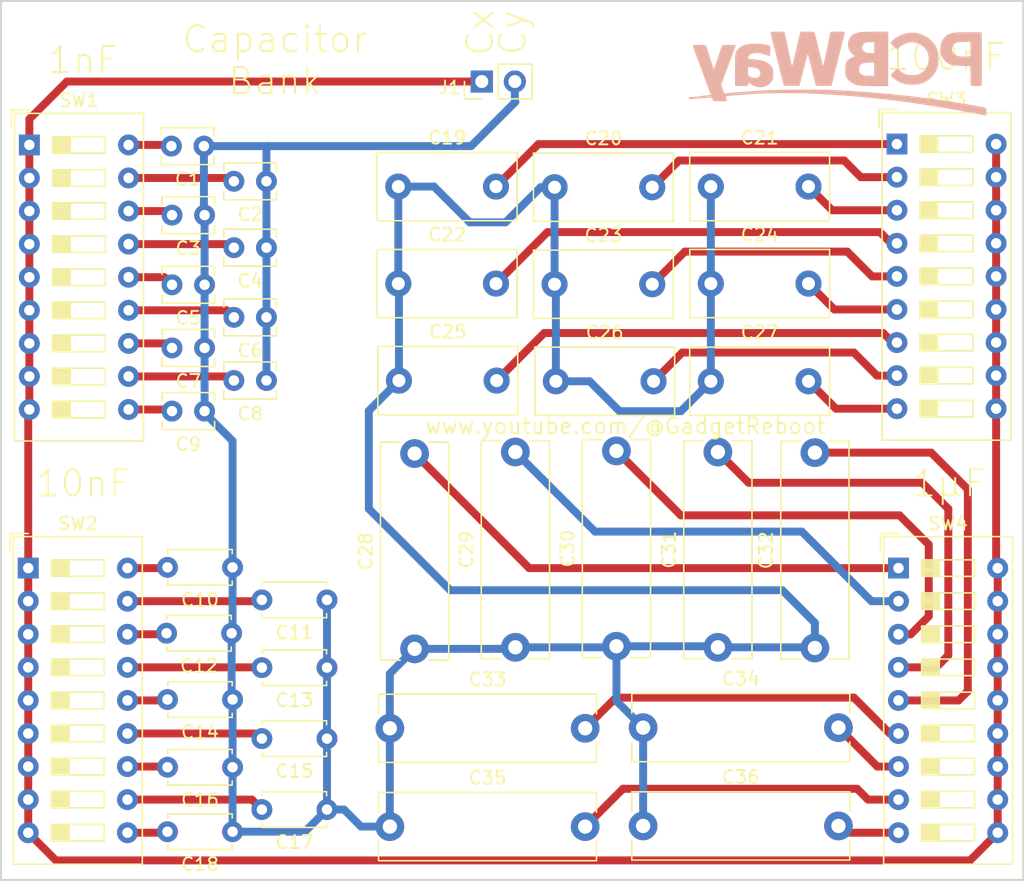
<source format=kicad_pcb>
(kicad_pcb (version 20240108) (generator "pcbnew") (generator_version "8.0")
  (layers (0 "F.Cu" signal) (31 "B.Cu" signal) (34 "B.Paste" user) (35 "F.Paste" user) (36 "B.SilkS" user "B.Silkscreen") (37 "F.SilkS" user "F.Silkscreen") (38 "B.Mask" user) (39 "F.Mask" user) (44 "Edge.Cuts" user))
  (net 0 "")
  (net 1 "Net-(J1-Pin_2)")
  (net 2 "Net-(C1-Pad2)")
  (net 3 "Net-(C2-Pad2)")
  (net 4 "Net-(C3-Pad2)")
  (net 5 "Net-(C4-Pad2)")
  (net 6 "Net-(C5-Pad2)")
  (net 7 "Net-(C6-Pad2)")
  (net 8 "Net-(C8-Pad2)")
  (net 9 "Net-(C10-Pad2)")
  (net 10 "Net-(C7-Pad2)")
  (net 11 "Net-(C9-Pad2)")
  (net 12 "Net-(C11-Pad2)")
  (net 13 "Net-(C12-Pad2)")
  (net 14 "Net-(C13-Pad2)")
  (net 15 "Net-(C14-Pad2)")
  (net 16 "Net-(C15-Pad2)")
  (net 17 "Net-(C16-Pad2)")
  (net 18 "Net-(C17-Pad2)")
  (net 19 "Net-(C18-Pad2)")
  (net 20 "Net-(C19-Pad2)")
  (net 21 "Net-(C20-Pad2)")
  (net 22 "Net-(C21-Pad2)")
  (net 23 "Net-(C22-Pad2)")
  (net 24 "Net-(C23-Pad2)")
  (net 25 "Net-(C24-Pad2)")
  (net 26 "Net-(C25-Pad2)")
  (net 27 "Net-(C26-Pad2)")
  (net 28 "Net-(C27-Pad2)")
  (net 29 "Net-(C28-Pad2)")
  (net 30 "Net-(C29-Pad2)")
  (net 31 "Net-(C30-Pad2)")
  (net 32 "Net-(C31-Pad2)")
  (net 33 "Net-(C32-Pad2)")
  (net 34 "Net-(C33-Pad2)")
  (net 35 "Net-(C34-Pad2)")
  (net 36 "Net-(C35-Pad2)")
  (net 37 "Net-(C36-Pad2)")
  (net 38 "Net-(J1-Pin_1)")
  (footprint "Capacitor_THT:C_Disc_D10.5mm_W5.0mm_P7.50mm" (layer "F.Cu") (at 172.025 47.975)
    (property "Reference" "C22" (at 3.75 -3.75 0) (layer "F.SilkS"))
    (property "Value" "100nF")
    (pad "1" thru_hole circle (at 0 0) (size 2 2) (drill 1) (layers "*.Cu" "*.Mask") (net 1 "Net-(J1-Pin_2)"))
    (pad "2" thru_hole circle (at 7.5 0) (size 2 2) (drill 1) (layers "*.Cu" "*.Mask") (net 23 "Net-(C22-Pad2)"))
  )
  (footprint "Connector_PinHeader_2.54mm:PinHeader_1x02_P2.54mm_Vertical" (layer "F.Cu") (at 178.435 32.457 90)
    (property "Reference" "J1" (at -0.47 -2.488 180) (layer "F.SilkS"))
    (property "Value" "Conn_01x02")
    (pad "1" thru_hole rect (at 0 0 90) (size 1.7 1.7) (drill 1) (layers "*.Cu" "*.Mask") (net 38 "Net-(J1-Pin_1)"))
    (pad "2" thru_hole oval (at 0 2.54 90) (size 1.7 1.7) (drill 1) (layers "*.Cu" "*.Mask") (net 1 "Net-(J1-Pin_2)"))
  )
  (footprint "Button_Switch_THT:SW_DIP_SPSTx09_Slide_9.78x25.04mm_W7.62mm_P2.54mm" (layer "F.Cu") (at 210.435 69.825)
    (property "Reference" "SW4" (at 3.81 -3.42 0) (layer "F.SilkS"))
    (property "Value" "SW_DIP_x09")
    (pad "1" thru_hole rect (at 0 0) (size 1.6 1.6) (drill 0.8) (layers "*.Cu" "*.Mask") (net 29 "Net-(C28-Pad2)"))
    (pad "2" thru_hole oval (at 0 2.54) (size 1.6 1.6) (drill 0.8) (layers "*.Cu" "*.Mask") (net 30 "Net-(C29-Pad2)"))
    (pad "3" thru_hole oval (at 0 5.08) (size 1.6 1.6) (drill 0.8) (layers "*.Cu" "*.Mask") (net 31 "Net-(C30-Pad2)"))
    (pad "4" thru_hole oval (at 0 7.62) (size 1.6 1.6) (drill 0.8) (layers "*.Cu" "*.Mask") (net 32 "Net-(C31-Pad2)"))
    (pad "5" thru_hole oval (at 0 10.16) (size 1.6 1.6) (drill 0.8) (layers "*.Cu" "*.Mask") (net 33 "Net-(C32-Pad2)"))
    (pad "6" thru_hole oval (at 0 12.7) (size 1.6 1.6) (drill 0.8) (layers "*.Cu" "*.Mask") (net 34 "Net-(C33-Pad2)"))
    (pad "7" thru_hole oval (at 0 15.24) (size 1.6 1.6) (drill 0.8) (layers "*.Cu" "*.Mask") (net 35 "Net-(C34-Pad2)"))
    (pad "8" thru_hole oval (at 0 17.78) (size 1.6 1.6) (drill 0.8) (layers "*.Cu" "*.Mask") (net 36 "Net-(C35-Pad2)"))
    (pad "9" thru_hole oval (at 0 20.32) (size 1.6 1.6) (drill 0.8) (layers "*.Cu" "*.Mask") (net 37 "Net-(C36-Pad2)"))
    (pad "10" thru_hole oval (at 7.62 20.32) (size 1.6 1.6) (drill 0.8) (layers "*.Cu" "*.Mask") (net 38 "Net-(J1-Pin_1)"))
    (pad "11" thru_hole oval (at 7.62 17.78) (size 1.6 1.6) (drill 0.8) (layers "*.Cu" "*.Mask") (net 38 "Net-(J1-Pin_1)"))
    (pad "12" thru_hole oval (at 7.62 15.24) (size 1.6 1.6) (drill 0.8) (layers "*.Cu" "*.Mask") (net 38 "Net-(J1-Pin_1)"))
    (pad "13" thru_hole oval (at 7.62 12.7) (size 1.6 1.6) (drill 0.8) (layers "*.Cu" "*.Mask") (net 38 "Net-(J1-Pin_1)"))
    (pad "14" thru_hole oval (at 7.62 10.16) (size 1.6 1.6) (drill 0.8) (layers "*.Cu" "*.Mask") (net 38 "Net-(J1-Pin_1)"))
    (pad "15" thru_hole oval (at 7.62 7.62) (size 1.6 1.6) (drill 0.8) (layers "*.Cu" "*.Mask") (net 38 "Net-(J1-Pin_1)"))
    (pad "16" thru_hole oval (at 7.62 5.08) (size 1.6 1.6) (drill 0.8) (layers "*.Cu" "*.Mask") (net 38 "Net-(J1-Pin_1)"))
    (pad "17" thru_hole oval (at 7.62 2.54) (size 1.6 1.6) (drill 0.8) (layers "*.Cu" "*.Mask") (net 38 "Net-(J1-Pin_1)"))
    (pad "18" thru_hole oval (at 7.62 0) (size 1.6 1.6) (drill 0.8) (layers "*.Cu" "*.Mask") (net 38 "Net-(J1-Pin_1)"))
  )
  (footprint "Capacitor_THT:C_Disc_D4.7mm_W2.5mm_P5.00mm" (layer "F.Cu") (at 159.225 74.825 180)
    (property "Reference" "C12" (at 2.5 -2.5 0) (layer "F.SilkS"))
    (property "Value" "10nF")
    (pad "1" thru_hole circle (at 0 0 180) (size 1.6 1.6) (drill 0.8) (layers "*.Cu" "*.Mask") (net 1 "Net-(J1-Pin_2)"))
    (pad "2" thru_hole circle (at 5 0 180) (size 1.6 1.6) (drill 0.8) (layers "*.Cu" "*.Mask") (net 13 "Net-(C12-Pad2)"))
  )
  (footprint "Capacitor_THT:C_Disc_D3.8mm_W2.6mm_P2.50mm" (layer "F.Cu") (at 157.147 52.917 180)
    (property "Reference" "C7" (at 1.25 -2.55 0) (layer "F.SilkS"))
    (property "Value" "1nF")
    (pad "1" thru_hole circle (at 0 0 180) (size 1.6 1.6) (drill 0.8) (layers "*.Cu" "*.Mask") (net 1 "Net-(J1-Pin_2)"))
    (pad "2" thru_hole circle (at 2.5 0 180) (size 1.6 1.6) (drill 0.8) (layers "*.Cu" "*.Mask") (net 10 "Net-(C7-Pad2)"))
  )
  (footprint "Capacitor_THT:C_Rect_L16.5mm_W5.0mm_P15.00mm_MKT" (layer "F.Cu") (at 171.375 89.675)
    (property "Reference" "C35" (at 7.5 -3.75 0) (layer "F.SilkS"))
    (property "Value" "1uF")
    (pad "1" thru_hole circle (at 0 0) (size 2.2 2.2) (drill 1.1) (layers "*.Cu" "*.Mask") (net 1 "Net-(J1-Pin_2)"))
    (pad "2" thru_hole circle (at 15 0) (size 2.2 2.2) (drill 1.1) (layers "*.Cu" "*.Mask") (net 36 "Net-(C35-Pad2)"))
  )
  (footprint "Capacitor_THT:C_Disc_D10.5mm_W5.0mm_P7.50mm" (layer "F.Cu") (at 196.025 47.975)
    (property "Reference" "C24" (at 3.75 -3.75 0) (layer "F.SilkS"))
    (property "Value" "100nF")
    (pad "1" thru_hole circle (at 0 0) (size 2 2) (drill 1) (layers "*.Cu" "*.Mask") (net 1 "Net-(J1-Pin_2)"))
    (pad "2" thru_hole circle (at 7.5 0) (size 2 2) (drill 1) (layers "*.Cu" "*.Mask") (net 25 "Net-(C24-Pad2)"))
  )
  (footprint "Button_Switch_THT:SW_DIP_SPSTx09_Slide_9.78x25.04mm_W7.62mm_P2.54mm" (layer "F.Cu") (at 143.605 69.825)
    (property "Reference" "SW2" (at 3.81 -3.42 0) (layer "F.SilkS"))
    (property "Value" "SW_DIP_x09")
    (pad "1" thru_hole rect (at 0 0) (size 1.6 1.6) (drill 0.8) (layers "*.Cu" "*.Mask") (net 38 "Net-(J1-Pin_1)"))
    (pad "2" thru_hole oval (at 0 2.54) (size 1.6 1.6) (drill 0.8) (layers "*.Cu" "*.Mask") (net 38 "Net-(J1-Pin_1)"))
    (pad "3" thru_hole oval (at 0 5.08) (size 1.6 1.6) (drill 0.8) (layers "*.Cu" "*.Mask") (net 38 "Net-(J1-Pin_1)"))
    (pad "4" thru_hole oval (at 0 7.62) (size 1.6 1.6) (drill 0.8) (layers "*.Cu" "*.Mask") (net 38 "Net-(J1-Pin_1)"))
    (pad "5" thru_hole oval (at 0 10.16) (size 1.6 1.6) (drill 0.8) (layers "*.Cu" "*.Mask") (net 38 "Net-(J1-Pin_1)"))
    (pad "6" thru_hole oval (at 0 12.7) (size 1.6 1.6) (drill 0.8) (layers "*.Cu" "*.Mask") (net 38 "Net-(J1-Pin_1)"))
    (pad "7" thru_hole oval (at 0 15.24) (size 1.6 1.6) (drill 0.8) (layers "*.Cu" "*.Mask") (net 38 "Net-(J1-Pin_1)"))
    (pad "8" thru_hole oval (at 0 17.78) (size 1.6 1.6) (drill 0.8) (layers "*.Cu" "*.Mask") (net 38 "Net-(J1-Pin_1)"))
    (pad "9" thru_hole oval (at 0 20.32) (size 1.6 1.6) (drill 0.8) (layers "*.Cu" "*.Mask") (net 38 "Net-(J1-Pin_1)"))
    (pad "10" thru_hole oval (at 7.62 20.32) (size 1.6 1.6) (drill 0.8) (layers "*.Cu" "*.Mask") (net 19 "Net-(C18-Pad2)"))
    (pad "11" thru_hole oval (at 7.62 17.78) (size 1.6 1.6) (drill 0.8) (layers "*.Cu" "*.Mask") (net 18 "Net-(C17-Pad2)"))
    (pad "12" thru_hole oval (at 7.62 15.24) (size 1.6 1.6) (drill 0.8) (layers "*.Cu" "*.Mask") (net 17 "Net-(C16-Pad2)"))
    (pad "13" thru_hole oval (at 7.62 12.7) (size 1.6 1.6) (drill 0.8) (layers "*.Cu" "*.Mask") (net 16 "Net-(C15-Pad2)"))
    (pad "14" thru_hole oval (at 7.62 10.16) (size 1.6 1.6) (drill 0.8) (layers "*.Cu" "*.Mask") (net 15 "Net-(C14-Pad2)"))
    (pad "15" thru_hole oval (at 7.62 7.62) (size 1.6 1.6) (drill 0.8) (layers "*.Cu" "*.Mask") (net 14 "Net-(C13-Pad2)"))
    (pad "16" thru_hole oval (at 7.62 5.08) (size 1.6 1.6) (drill 0.8) (layers "*.Cu" "*.Mask") (net 13 "Net-(C12-Pad2)"))
    (pad "17" thru_hole oval (at 7.62 2.54) (size 1.6 1.6) (drill 0.8) (layers "*.Cu" "*.Mask") (net 12 "Net-(C11-Pad2)"))
    (pad "18" thru_hole oval (at 7.62 0) (size 1.6 1.6) (drill 0.8) (layers "*.Cu" "*.Mask") (net 9 "Net-(C10-Pad2)"))
  )
  (footprint "Capacitor_THT:C_Disc_D3.8mm_W2.6mm_P2.50mm" (layer "F.Cu") (at 157.147 48.067 180)
    (property "Reference" "C5" (at 1.25 -2.55 0) (layer "F.SilkS"))
    (property "Value" "1nF")
    (pad "1" thru_hole circle (at 0 0 180) (size 1.6 1.6) (drill 0.8) (layers "*.Cu" "*.Mask") (net 1 "Net-(J1-Pin_2)"))
    (pad "2" thru_hole circle (at 2.5 0 180) (size 1.6 1.6) (drill 0.8) (layers "*.Cu" "*.Mask") (net 6 "Net-(C5-Pad2)"))
  )
  (footprint "Capacitor_THT:C_Disc_D4.7mm_W2.5mm_P5.00mm" (layer "F.Cu") (at 159.297 90.067 180)
    (property "Reference" "C18" (at 2.5 -2.5 0) (layer "F.SilkS"))
    (property "Value" "10nF")
    (pad "1" thru_hole circle (at 0 0 180) (size 1.6 1.6) (drill 0.8) (layers "*.Cu" "*.Mask") (net 1 "Net-(J1-Pin_2)"))
    (pad "2" thru_hole circle (at 5 0 180) (size 1.6 1.6) (drill 0.8) (layers "*.Cu" "*.Mask") (net 19 "Net-(C18-Pad2)"))
  )
  (footprint "Capacitor_THT:C_Disc_D4.7mm_W2.5mm_P5.00mm" (layer "F.Cu") (at 159.297 85.117 180)
    (property "Reference" "C16" (at 2.5 -2.5 0) (layer "F.SilkS"))
    (property "Value" "10nF")
    (pad "1" thru_hole circle (at 0 0 180) (size 1.6 1.6) (drill 0.8) (layers "*.Cu" "*.Mask") (net 1 "Net-(J1-Pin_2)"))
    (pad "2" thru_hole circle (at 5 0 180) (size 1.6 1.6) (drill 0.8) (layers "*.Cu" "*.Mask") (net 17 "Net-(C16-Pad2)"))
  )
  (footprint "Capacitor_THT:C_Rect_L16.5mm_W5.0mm_P15.00mm_MKT" (layer "F.Cu") (at 196.565 75.907 90)
    (property "Reference" "C31" (at 7.5 -3.75 90) (layer "F.SilkS"))
    (property "Value" "1uF")
    (pad "1" thru_hole circle (at 0 0 90) (size 2.2 2.2) (drill 1.1) (layers "*.Cu" "*.Mask") (net 1 "Net-(J1-Pin_2)"))
    (pad "2" thru_hole circle (at 15 0 90) (size 2.2 2.2) (drill 1.1) (layers "*.Cu" "*.Mask") (net 32 "Net-(C31-Pad2)"))
  )
  (footprint "Capacitor_THT:C_Disc_D10.5mm_W5.0mm_P7.50mm" (layer "F.Cu") (at 172.075 55.425)
    (property "Reference" "C25" (at 3.75 -3.75 0) (layer "F.SilkS"))
    (property "Value" "100nF")
    (pad "1" thru_hole circle (at 0 0) (size 2 2) (drill 1) (layers "*.Cu" "*.Mask") (net 1 "Net-(J1-Pin_2)"))
    (pad "2" thru_hole circle (at 7.5 0) (size 2 2) (drill 1) (layers "*.Cu" "*.Mask") (net 26 "Net-(C25-Pad2)"))
  )
  (footprint "Capacitor_THT:C_Disc_D4.7mm_W2.5mm_P5.00mm" (layer "F.Cu") (at 166.547 88.367 180)
    (property "Reference" "C17" (at 2.5 -2.5 0) (layer "F.SilkS"))
    (property "Value" "10nF")
    (pad "1" thru_hole circle (at 0 0 180) (size 1.6 1.6) (drill 0.8) (layers "*.Cu" "*.Mask") (net 1 "Net-(J1-Pin_2)"))
    (pad "2" thru_hole circle (at 5 0 180) (size 1.6 1.6) (drill 0.8) (layers "*.Cu" "*.Mask") (net 18 "Net-(C17-Pad2)"))
  )
  (footprint "Capacitor_THT:C_Rect_L16.5mm_W5.0mm_P15.00mm_MKT" (layer "F.Cu") (at 204.015 75.957 90)
    (property "Reference" "C32" (at 7.5 -3.75 90) (layer "F.SilkS"))
    (property "Value" "1uF")
    (pad "1" thru_hole circle (at 0 0 90) (size 2.2 2.2) (drill 1.1) (layers "*.Cu" "*.Mask") (net 1 "Net-(J1-Pin_2)"))
    (pad "2" thru_hole circle (at 15 0 90) (size 2.2 2.2) (drill 1.1) (layers "*.Cu" "*.Mask") (net 33 "Net-(C32-Pad2)"))
  )
  (footprint "Capacitor_THT:C_Disc_D4.7mm_W2.5mm_P5.00mm" (layer "F.Cu") (at 159.297 79.917 180)
    (property "Reference" "C14" (at 2.5 -2.5 0) (layer "F.SilkS"))
    (property "Value" "10nF")
    (pad "1" thru_hole circle (at 0 0 180) (size 1.6 1.6) (drill 0.8) (layers "*.Cu" "*.Mask") (net 1 "Net-(J1-Pin_2)"))
    (pad "2" thru_hole circle (at 5 0 180) (size 1.6 1.6) (drill 0.8) (layers "*.Cu" "*.Mask") (net 15 "Net-(C14-Pad2)"))
  )
  (footprint "Capacitor_THT:C_Disc_D10.5mm_W5.0mm_P7.50mm" (layer "F.Cu") (at 172.025 40.525)
    (property "Reference" "C19" (at 3.75 -3.75 0) (layer "F.SilkS"))
    (property "Value" "100nF")
    (pad "1" thru_hole circle (at 0 0) (size 2 2) (drill 1) (layers "*.Cu" "*.Mask") (net 1 "Net-(J1-Pin_2)"))
    (pad "2" thru_hole circle (at 7.5 0) (size 2 2) (drill 1) (layers "*.Cu" "*.Mask") (net 20 "Net-(C19-Pad2)"))
  )
  (footprint "Capacitor_THT:C_Rect_L16.5mm_W5.0mm_P15.00mm_MKT" (layer "F.Cu") (at 188.775 75.825 90)
    (property "Reference" "C30" (at 7.5 -3.75 90) (layer "F.SilkS"))
    (property "Value" "1uF")
    (pad "1" thru_hole circle (at 0 0 90) (size 2.2 2.2) (drill 1.1) (layers "*.Cu" "*.Mask") (net 1 "Net-(J1-Pin_2)"))
    (pad "2" thru_hole circle (at 15 0 90) (size 2.2 2.2) (drill 1.1) (layers "*.Cu" "*.Mask") (net 31 "Net-(C30-Pad2)"))
  )
  (footprint "Capacitor_THT:C_Disc_D10.5mm_W5.0mm_P7.50mm" (layer "F.Cu") (at 184.025 48.025)
    (property "Reference" "C23" (at 3.75 -3.75 0) (layer "F.SilkS"))
    (property "Value" "100nF")
    (pad "1" thru_hole circle (at 0 0) (size 2 2) (drill 1) (layers "*.Cu" "*.Mask") (net 1 "Net-(J1-Pin_2)"))
    (pad "2" thru_hole circle (at 7.5 0) (size 2 2) (drill 1) (layers "*.Cu" "*.Mask") (net 24 "Net-(C23-Pad2)"))
  )
  (footprint "Capacitor_THT:C_Disc_D3.8mm_W2.6mm_P2.50mm" (layer "F.Cu") (at 157.147 57.767 180)
    (property "Reference" "C9" (at 1.25 -2.55 0) (layer "F.SilkS"))
    (property "Value" "1nF")
    (pad "1" thru_hole circle (at 0 0 180) (size 1.6 1.6) (drill 0.8) (layers "*.Cu" "*.Mask") (net 1 "Net-(J1-Pin_2)"))
    (pad "2" thru_hole circle (at 2.5 0 180) (size 1.6 1.6) (drill 0.8) (layers "*.Cu" "*.Mask") (net 11 "Net-(C9-Pad2)"))
  )
  (footprint "Capacitor_THT:C_Rect_L16.5mm_W5.0mm_P15.00mm_MKT" (layer "F.Cu") (at 190.825 89.625)
    (property "Reference" "C36" (at 7.5 -3.75 0) (layer "F.SilkS"))
    (property "Value" "1uF")
    (pad "1" thru_hole circle (at 0 0) (size 2.2 2.2) (drill 1.1) (layers "*.Cu" "*.Mask") (net 1 "Net-(J1-Pin_2)"))
    (pad "2" thru_hole circle (at 15 0) (size 2.2 2.2) (drill 1.1) (layers "*.Cu" "*.Mask") (net 37 "Net-(C36-Pad2)"))
  )
  (footprint "Capacitor_THT:C_Disc_D10.5mm_W5.0mm_P7.50mm" (layer "F.Cu") (at 184.025 40.575)
    (property "Reference" "C20" (at 3.75 -3.75 0) (layer "F.SilkS"))
    (property "Value" "100nF")
    (pad "1" thru_hole circle (at 0 0) (size 2 2) (drill 1) (layers "*.Cu" "*.Mask") (net 1 "Net-(J1-Pin_2)"))
    (pad "2" thru_hole circle (at 7.5 0) (size 2 2) (drill 1) (layers "*.Cu" "*.Mask") (net 21 "Net-(C20-Pad2)"))
  )
  (footprint "Capacitor_THT:C_Disc_D3.8mm_W2.6mm_P2.50mm" (layer "F.Cu") (at 157.147 42.717 180)
    (property "Reference" "C3" (at 1.25 -2.55 0) (layer "F.SilkS"))
    (property "Value" "1nF")
    (pad "1" thru_hole circle (at 0 0 180) (size 1.6 1.6) (drill 0.8) (layers "*.Cu" "*.Mask") (net 1 "Net-(J1-Pin_2)"))
    (pad "2" thru_hole circle (at 2.5 0 180) (size 1.6 1.6) (drill 0.8) (layers "*.Cu" "*.Mask") (net 4 "Net-(C3-Pad2)"))
  )
  (footprint "Capacitor_THT:C_Disc_D10.5mm_W5.0mm_P7.50mm" (layer "F.Cu") (at 196.025 55.475)
    (property "Reference" "C27" (at 3.75 -3.75 0) (layer "F.SilkS"))
    (property "Value" "100nF")
    (pad "1" thru_hole circle (at 0 0) (size 2 2) (drill 1) (layers "*.Cu" "*.Mask") (net 1 "Net-(J1-Pin_2)"))
    (pad "2" thru_hole circle (at 7.5 0) (size 2 2) (drill 1) (layers "*.Cu" "*.Mask") (net 28 "Net-(C27-Pad2)"))
  )
  (footprint "Capacitor_THT:C_Disc_D4.7mm_W2.5mm_P5.00mm" (layer "F.Cu") (at 159.297 69.767 180)
    (property "Reference" "C10" (at 2.5 -2.5 0) (layer "F.SilkS"))
    (property "Value" "10nF")
    (pad "1" thru_hole circle (at 0 0 180) (size 1.6 1.6) (drill 0.8) (layers "*.Cu" "*.Mask") (net 1 "Net-(J1-Pin_2)"))
    (pad "2" thru_hole circle (at 5 0 180) (size 1.6 1.6) (drill 0.8) (layers "*.Cu" "*.Mask") (net 9 "Net-(C10-Pad2)"))
  )
  (footprint "Capacitor_THT:C_Disc_D3.8mm_W2.6mm_P2.50mm" (layer "F.Cu") (at 161.897 40.117 180)
    (property "Reference" "C2" (at 1.25 -2.55 0) (layer "F.SilkS"))
    (property "Value" "1nF")
    (pad "1" thru_hole circle (at 0 0 180) (size 1.6 1.6) (drill 0.8) (layers "*.Cu" "*.Mask") (net 1 "Net-(J1-Pin_2)"))
    (pad "2" thru_hole circle (at 2.5 0 180) (size 1.6 1.6) (drill 0.8) (layers "*.Cu" "*.Mask") (net 3 "Net-(C2-Pad2)"))
  )
  (footprint "Capacitor_THT:C_Rect_L16.5mm_W5.0mm_P15.00mm_MKT" (layer "F.Cu") (at 171.375 82.125)
    (property "Reference" "C33" (at 7.5 -3.75 0) (layer "F.SilkS"))
    (property "Value" "1uF")
    (pad "1" thru_hole circle (at 0 0) (size 2.2 2.2) (drill 1.1) (layers "*.Cu" "*.Mask") (net 1 "Net-(J1-Pin_2)"))
    (pad "2" thru_hole circle (at 15 0) (size 2.2 2.2) (drill 1.1) (layers "*.Cu" "*.Mask") (net 34 "Net-(C33-Pad2)"))
  )
  (footprint "Capacitor_THT:C_Rect_L16.5mm_W5.0mm_P15.00mm_MKT" (layer "F.Cu") (at 190.825 82.075)
    (property "Reference" "C34" (at 7.5 -3.75 0) (layer "F.SilkS"))
    (property "Value" "1uF")
    (pad "1" thru_hole circle (at 0 0) (size 2.2 2.2) (drill 1.1) (layers "*.Cu" "*.Mask") (net 1 "Net-(J1-Pin_2)"))
    (pad "2" thru_hole circle (at 15 0) (size 2.2 2.2) (drill 1.1) (layers "*.Cu" "*.Mask") (net 35 "Net-(C34-Pad2)"))
  )
  (footprint "Button_Switch_THT:SW_DIP_SPSTx09_Slide_9.78x25.04mm_W7.62mm_P2.54mm" (layer "F.Cu") (at 143.69 37.325)
    (property "Reference" "SW1" (at 3.81 -3.42 0) (layer "F.SilkS"))
    (property "Value" "SW_DIP_x09")
    (pad "1" thru_hole rect (at 0 0) (size 1.6 1.6) (drill 0.8) (layers "*.Cu" "*.Mask") (net 38 "Net-(J1-Pin_1)"))
    (pad "2" thru_hole oval (at 0 2.54) (size 1.6 1.6) (drill 0.8) (layers "*.Cu" "*.Mask") (net 38 "Net-(J1-Pin_1)"))
    (pad "3" thru_hole oval (at 0 5.08) (size 1.6 1.6) (drill 0.8) (layers "*.Cu" "*.Mask") (net 38 "Net-(J1-Pin_1)"))
    (pad "4" thru_hole oval (at 0 7.62) (size 1.6 1.6) (drill 0.8) (layers "*.Cu" "*.Mask") (net 38 "Net-(J1-Pin_1)"))
    (pad "5" thru_hole oval (at 0 10.16) (size 1.6 1.6) (drill 0.8) (layers "*.Cu" "*.Mask") (net 38 "Net-(J1-Pin_1)"))
    (pad "6" thru_hole oval (at 0 12.7) (size 1.6 1.6) (drill 0.8) (layers "*.Cu" "*.Mask") (net 38 "Net-(J1-Pin_1)"))
    (pad "7" thru_hole oval (at 0 15.24) (size 1.6 1.6) (drill 0.8) (layers "*.Cu" "*.Mask") (net 38 "Net-(J1-Pin_1)"))
    (pad "8" thru_hole oval (at 0 17.78) (size 1.6 1.6) (drill 0.8) (layers "*.Cu" "*.Mask") (net 38 "Net-(J1-Pin_1)"))
    (pad "9" thru_hole oval (at 0 20.32) (size 1.6 1.6) (drill 0.8) (layers "*.Cu" "*.Mask") (net 38 "Net-(J1-Pin_1)"))
    (pad "10" thru_hole oval (at 7.62 20.32) (size 1.6 1.6) (drill 0.8) (layers "*.Cu" "*.Mask") (net 11 "Net-(C9-Pad2)"))
    (pad "11" thru_hole oval (at 7.62 17.78) (size 1.6 1.6) (drill 0.8) (layers "*.Cu" "*.Mask") (net 8 "Net-(C8-Pad2)"))
    (pad "12" thru_hole oval (at 7.62 15.24) (size 1.6 1.6) (drill 0.8) (layers "*.Cu" "*.Mask") (net 10 "Net-(C7-Pad2)"))
    (pad "13" thru_hole oval (at 7.62 12.7) (size 1.6 1.6) (drill 0.8) (layers "*.Cu" "*.Mask") (net 7 "Net-(C6-Pad2)"))
    (pad "14" thru_hole oval (at 7.62 10.16) (size 1.6 1.6) (drill 0.8) (layers "*.Cu" "*.Mask") (net 6 "Net-(C5-Pad2)"))
    (pad "15" thru_hole oval (at 7.62 7.62) (size 1.6 1.6) (drill 0.8) (layers "*.Cu" "*.Mask") (net 5 "Net-(C4-Pad2)"))
    (pad "16" thru_hole oval (at 7.62 5.08) (size 1.6 1.6) (drill 0.8) (layers "*.Cu" "*.Mask") (net 4 "Net-(C3-Pad2)"))
    (pad "17" thru_hole oval (at 7.62 2.54) (size 1.6 1.6) (drill 0.8) (layers "*.Cu" "*.Mask") (net 3 "Net-(C2-Pad2)"))
    (pad "18" thru_hole oval (at 7.62 0) (size 1.6 1.6) (drill 0.8) (layers "*.Cu" "*.Mask") (net 2 "Net-(C1-Pad2)"))
  )
  (footprint "Capacitor_THT:C_Rect_L16.5mm_W5.0mm_P15.00mm_MKT" (layer "F.Cu") (at 173.275 76.025 90)
    (property "Reference" "C28" (at 7.5 -3.75 90) (layer "F.SilkS"))
    (property "Value" "1uF")
    (pad "1" thru_hole circle (at 0 0 90) (size 2.2 2.2) (drill 1.1) (layers "*.Cu" "*.Mask") (net 1 "Net-(J1-Pin_2)"))
    (pad "2" thru_hole circle (at 15 0 90) (size 2.2 2.2) (drill 1.1) (layers "*.Cu" "*.Mask") (net 29 "Net-(C28-Pad2)"))
  )
  (footprint "Capacitor_THT:C_Disc_D3.8mm_W2.6mm_P2.50mm" (layer "F.Cu") (at 161.897 55.417 180)
    (property "Reference" "C8" (at 1.25 -2.55 0) (layer "F.SilkS"))
    (property "Value" "1nF")
    (pad "1" thru_hole circle (at 0 0 180) (size 1.6 1.6) (drill 0.8) (layers "*.Cu" "*.Mask") (net 1 "Net-(J1-Pin_2)"))
    (pad "2" thru_hole circle (at 2.5 0 180) (size 1.6 1.6) (drill 0.8) (layers "*.Cu" "*.Mask") (net 8 "Net-(C8-Pad2)"))
  )
  (footprint "Capacitor_THT:C_Disc_D3.8mm_W2.6mm_P2.50mm" (layer "F.Cu") (at 161.897 45.217 180)
    (property "Reference" "C4" (at 1.25 -2.55 0) (layer "F.SilkS"))
    (property "Value" "1nF")
    (pad "1" thru_hole circle (at 0 0 180) (size 1.6 1.6) (drill 0.8) (layers "*.Cu" "*.Mask") (net 1 "Net-(J1-Pin_2)"))
    (pad "2" thru_hole circle (at 2.5 0 180) (size 1.6 1.6) (drill 0.8) (layers "*.Cu" "*.Mask") (net 5 "Net-(C4-Pad2)"))
  )
  (footprint "Capacitor_THT:C_Disc_D10.5mm_W5.0mm_P7.50mm" (layer "F.Cu") (at 196.025 40.525)
    (property "Reference" "C21" (at 3.75 -3.75 0) (layer "F.SilkS"))
    (property "Value" "100nF")
    (pad "1" thru_hole circle (at 0 0) (size 2 2) (drill 1) (layers "*.Cu" "*.Mask") (net 1 "Net-(J1-Pin_2)"))
    (pad "2" thru_hole circle (at 7.5 0) (size 2 2) (drill 1) (layers "*.Cu" "*.Mask") (net 22 "Net-(C21-Pad2)"))
  )
  (footprint "Capacitor_THT:C_Disc_D4.7mm_W2.5mm_P5.00mm" (layer "F.Cu") (at 166.547 77.467 180)
    (property "Reference" "C13" (at 2.5 -2.5 0) (layer "F.SilkS"))
    (property "Value" "10nF")
    (pad "1" thru_hole circle (at 0 0 180) (size 1.6 1.6) (drill 0.8) (layers "*.Cu" "*.Mask") (net 1 "Net-(J1-Pin_2)"))
    (pad "2" thru_hole circle (at 5 0 180) (size 1.6 1.6) (drill 0.8) (layers "*.Cu" "*.Mask") (net 14 "Net-(C13-Pad2)"))
  )
  (footprint "Button_Switch_THT:SW_DIP_SPSTx09_Slide_9.78x25.04mm_W7.62mm_P2.54mm" (layer "F.Cu") (at 210.315 37.262)
    (property "Reference" "SW3" (at 3.81 -3.42 0) (layer "F.SilkS"))
    (property "Value" "SW_DIP_x09")
    (pad "1" thru_hole rect (at 0 0) (size 1.6 1.6) (drill 0.8) (layers "*.Cu" "*.Mask") (net 20 "Net-(C19-Pad2)"))
    (pad "2" thru_hole oval (at 0 2.54) (size 1.6 1.6) (drill 0.8) (layers "*.Cu" "*.Mask") (net 21 "Net-(C20-Pad2)"))
    (pad "3" thru_hole oval (at 0 5.08) (size 1.6 1.6) (drill 0.8) (layers "*.Cu" "*.Mask") (net 22 "Net-(C21-Pad2)"))
    (pad "4" thru_hole oval (at 0 7.62) (size 1.6 1.6) (drill 0.8) (layers "*.Cu" "*.Mask") (net 23 "Net-(C22-Pad2)"))
    (pad "5" thru_hole oval (at 0 10.16) (size 1.6 1.6) (drill 0.8) (layers "*.Cu" "*.Mask") (net 24 "Net-(C23-Pad2)"))
    (pad "6" thru_hole oval (at 0 12.7) (size 1.6 1.6) (drill 0.8) (layers "*.Cu" "*.Mask") (net 25 "Net-(C24-Pad2)"))
    (pad "7" thru_hole oval (at 0 15.24) (size 1.6 1.6) (drill 0.8) (layers "*.Cu" "*.Mask") (net 26 "Net-(C25-Pad2)"))
    (pad "8" thru_hole oval (at 0 17.78) (size 1.6 1.6) (drill 0.8) (layers "*.Cu" "*.Mask") (net 27 "Net-(C26-Pad2)"))
    (pad "9" thru_hole oval (at 0 20.32) (size 1.6 1.6) (drill 0.8) (layers "*.Cu" "*.Mask") (net 28 "Net-(C27-Pad2)"))
    (pad "10" thru_hole oval (at 7.62 20.32) (size 1.6 1.6) (drill 0.8) (layers "*.Cu" "*.Mask") (net 38 "Net-(J1-Pin_1)"))
    (pad "11" thru_hole oval (at 7.62 17.78) (size 1.6 1.6) (drill 0.8) (layers "*.Cu" "*.Mask") (net 38 "Net-(J1-Pin_1)"))
    (pad "12" thru_hole oval (at 7.62 15.24) (size 1.6 1.6) (drill 0.8) (layers "*.Cu" "*.Mask") (net 38 "Net-(J1-Pin_1)"))
    (pad "13" thru_hole oval (at 7.62 12.7) (size 1.6 1.6) (drill 0.8) (layers "*.Cu" "*.Mask") (net 38 "Net-(J1-Pin_1)"))
    (pad "14" thru_hole oval (at 7.62 10.16) (size 1.6 1.6) (drill 0.8) (layers "*.Cu" "*.Mask") (net 38 "Net-(J1-Pin_1)"))
    (pad "15" thru_hole oval (at 7.62 7.62) (size 1.6 1.6) (drill 0.8) (layers "*.Cu" "*.Mask") (net 38 "Net-(J1-Pin_1)"))
    (pad "16" thru_hole oval (at 7.62 5.08) (size 1.6 1.6) (drill 0.8) (layers "*.Cu" "*.Mask") (net 38 "Net-(J1-Pin_1)"))
    (pad "17" thru_hole oval (at 7.62 2.54) (size 1.6 1.6) (drill 0.8) (layers "*.Cu" "*.Mask") (net 38 "Net-(J1-Pin_1)"))
    (pad "18" thru_hole oval (at 7.62 0) (size 1.6 1.6) (drill 0.8) (layers "*.Cu" "*.Mask") (net 38 "Net-(J1-Pin_1)"))
  )
  (footprint "Capacitor_THT:C_Rect_L16.5mm_W5.0mm_P15.00mm_MKT" (layer "F.Cu") (at 181.015 75.907 90)
    (property "Reference" "C29" (at 7.5 -3.75 90) (layer "F.SilkS"))
    (property "Value" "1uF")
    (pad "1" thru_hole circle (at 0 0 90) (size 2.2 2.2) (drill 1.1) (layers "*.Cu" "*.Mask") (net 1 "Net-(J1-Pin_2)"))
    (pad "2" thru_hole circle (at 15 0 90) (size 2.2 2.2) (drill 1.1) (layers "*.Cu" "*.Mask") (net 30 "Net-(C29-Pad2)"))
  )
  (footprint "Capacitor_THT:C_Disc_D3.8mm_W2.6mm_P2.50mm" (layer "F.Cu") (at 157.097 37.417 180)
    (property "Reference" "C1" (at 1.25 -2.55 180) (layer "F.SilkS"))
    (property "Value" "1nF")
    (pad "1" thru_hole circle (at 0 0 180) (size 1.6 1.6) (drill 0.8) (layers "*.Cu" "*.Mask") (net 1 "Net-(J1-Pin_2)"))
    (pad "2" thru_hole circle (at 2.5 0 180) (size 1.6 1.6) (drill 0.8) (layers "*.Cu" "*.Mask") (net 2 "Net-(C1-Pad2)"))
  )
  (footprint "Capacitor_THT:C_Disc_D3.8mm_W2.6mm_P2.50mm" (layer "F.Cu") (at 161.897 50.567 180)
    (property "Reference" "C6" (at 1.25 -2.55 0) (layer "F.SilkS"))
    (property "Value" "1nF")
    (pad "1" thru_hole circle (at 0 0 180) (size 1.6 1.6) (drill 0.8) (layers "*.Cu" "*.Mask") (net 1 "Net-(J1-Pin_2)"))
    (pad "2" thru_hole circle (at 2.5 0 180) (size 1.6 1.6) (drill 0.8) (layers "*.Cu" "*.Mask") (net 7 "Net-(C6-Pad2)"))
  )
  (footprint "Capacitor_THT:C_Disc_D4.7mm_W2.5mm_P5.00mm" (layer "F.Cu") (at 166.547 72.267 180)
    (property "Reference" "C11" (at 2.5 -2.5 0) (layer "F.SilkS"))
    (property "Value" "10nF")
    (pad "1" thru_hole circle (at 0 0 180) (size 1.6 1.6) (drill 0.8) (layers "*.Cu" "*.Mask") (net 1 "Net-(J1-Pin_2)"))
    (pad "2" thru_hole circle (at 5 0 180) (size 1.6 1.6) (drill 0.8) (layers "*.Cu" "*.Mask") (net 12 "Net-(C11-Pad2)"))
  )
  (footprint "Capacitor_THT:C_Disc_D10.5mm_W5.0mm_P7.50mm" (layer "F.Cu") (at 184.125 55.475)
    (property "Reference" "C26" (at 3.75 -3.75 0) (layer "F.SilkS"))
    (property "Value" "100nF")
    (pad "1" thru_hole circle (at 0 0) (size 2 2) (drill 1) (layers "*.Cu" "*.Mask") (net 1 "Net-(J1-Pin_2)"))
    (pad "2" thru_hole circle (at 7.5 0) (size 2 2) (drill 1) (layers "*.Cu" "*.Mask") (net 27 "Net-(C26-Pad2)"))
  )
  (footprint "Capacitor_THT:C_Disc_D4.7mm_W2.5mm_P5.00mm" (layer "F.Cu") (at 166.547 82.917 180)
    (property "Reference" "C15" (at 2.5 -2.5 0) (layer "F.SilkS"))
    (property "Value" "10nF")
    (pad "1" thru_hole circle (at 0 0 180) (size 1.6 1.6) (drill 0.8) (layers "*.Cu" "*.Mask") (net 1 "Net-(J1-Pin_2)"))
    (pad "2" thru_hole circle (at 5 0 180) (size 1.6 1.6) (drill 0.8) (layers "*.Cu" "*.Mask") (net 16 "Net-(C15-Pad2)"))
  )
  (footprint "_Custom_Footprints:pcb way logo" (layer "B.Cu") (at 205.761 32.521 180)
    (property "Reference" "G***" (hide yes))
    (property "Value" "LOGO" (hide yes))
  )
  (gr_line (start 141.511 93.771) (end 220.011 93.771) (stroke (width 0.15)) (layer "Edge.Cuts"))
  (gr_line (start 141.511 26.271) (end 141.511 93.771) (stroke (width 0.15)) (layer "Edge.Cuts"))
  (gr_line (start 220.011 26.271) (end 141.511 26.271) (stroke (width 0.15)) (layer "Edge.Cuts"))
  (gr_line (start 220.011 93.771) (end 220.011 26.271) (stroke (width 0.15)) (layer "Edge.Cuts"))
  (gr_text "Capacitor\nBank" (at 162.561 30.821 0) (layer "F.SilkS") (effects (font (size 2 2))))
  (gr_text "10nF" (at 147.811 63.321 0) (layer "F.SilkS") (effects (font (size 2 2))))
  (gr_text "1nF" (at 147.811 30.821 0) (layer "F.SilkS") (effects (font (size 2 2))))
  (gr_text "1μF" (at 214.311 63.321 0) (layer "F.SilkS") (effects (font (size 2 2))))
  (gr_text "www.youtube.com/@GadgetReboot" (at 189.451 58.921 0) (layer "F.SilkS") (effects (font (size 1.2 1.2))))
  (gr_text "Cy" (at 180.811 28.721 90) (layer "F.SilkS") (effects (font (size 2 2))))
  (gr_text "Cx" (at 178.311 28.721 90) (layer "F.SilkS") (effects (font (size 2 2))))
  (gr_text "100nF" (at 214.061 30.571 0) (layer "F.SilkS") (effects (font (size 2 2))))
  (segment (start 164.847 90.067) (end 166.547 88.367) (width 0.6096) (layer "B.Cu") (net 1))
  (segment (start 173.275 76.025) (end 180.897 76.025) (width 0.6096) (layer "B.Cu") (net 1))
  (segment (start 171.375 77.925) (end 173.275 76.025) (width 0.6096) (layer "B.Cu") (net 1))
  (segment (start 159.297 74.753) (end 159.225 74.825) (width 0.6096) (layer "B.Cu") (net 1))
  (segment (start 196.483 75.825) (end 196.565 75.907) (width 0.6096) (layer "B.Cu") (net 1))
  (segment (start 188.775 80.025) (end 190.825 82.075) (width 0.6096) (layer "B.Cu") (net 1))
  (segment (start 186.715 55.475) (end 189.011 57.771) (width 0.6096) (layer "B.Cu") (net 1))
  (segment (start 182.957 40.575) (end 184.025 40.575) (width 0.6096) (layer "B.Cu") (net 1))
  (segment (start 184.125 55.475) (end 186.715 55.475) (width 0.6096) (layer "B.Cu") (net 1))
  (segment (start 169.165 89.675) (end 171.375 89.675) (width 0.6096) (layer "B.Cu") (net 1))
  (segment (start 171.375 89.675) (end 171.375 82.125) (width 0.6096) (layer "B.Cu") (net 1))
  (segment (start 159.297 69.767) (end 159.297 74.753) (width 0.6096) (layer "B.Cu") (net 1))
  (segment (start 169.761 65.271) (end 169.761 57.739) (width 0.6096) (layer "B.Cu") (net 1))
  (segment (start 201.511 71.521) (end 176.011 71.521) (width 0.6096) (layer "B.Cu") (net 1))
  (segment (start 157.147 57.767) (end 157.147 57.907) (width 0.6096) (layer "B.Cu") (net 1))
  (segment (start 180.975 33.985) (end 181.011 34.021) (width 0.6096) (layer "B.Cu") (net 1))
  (segment (start 177.615 37.417) (end 162.011 37.417) (width 0.6096) (layer "B.Cu") (net 1))
  (segment (start 157.097 42.667) (end 157.147 42.717) (width 0.6096) (layer "B.Cu") (net 1))
  (segment (start 161.897 40.117) (end 161.897 37.531) (width 0.6096) (layer "B.Cu") (net 1))
  (segment (start 166.547 82.917) (end 166.547 88.367) (width 0.6096) (layer "B.Cu") (net 1))
  (segment (start 161.897 50.567) (end 161.897 55.417) (width 0.6096) (layer "B.Cu") (net 1))
  (segment (start 196.565 75.907) (end 203.965 75.907) (width 0.6096) (layer "B.Cu") (net 1))
  (segment (start 159.297 79.917) (end 159.297 85.117) (width 0.6096) (layer "B.Cu") (net 1))
  (segment (start 157.147 42.717) (end 157.147 48.067) (width 0.6096) (layer "B.Cu") (net 1))
  (segment (start 172.075 48.025) (end 172.025 47.975) (width 0.6096) (layer "B.Cu") (net 1))
  (segment (start 161.897 40.117) (end 161.897 45.217) (width 0.6096) (layer "B.Cu") (net 1))
  (segment (start 159.297 85.117) (end 159.297 90.067) (width 0.6096) (layer "B.Cu") (net 1))
  (segment (start 171.375 82.125) (end 171.375 77.925) (width 0.6096) (layer "B.Cu") (net 1))
  (segment (start 172.025 40.525) (end 174.765 40.525) (width 0.6096) (layer "B.Cu") (net 1))
  (segment (start 157.147 57.907) (end 159.297 60.057) (width 0.6096) (layer "B.Cu") (net 1))
  (segment (start 157.147 48.067) (end 157.147 52.917) (width 0.6096) (layer "B.Cu") (net 1))
  (segment (start 157.097 37.417) (end 157.097 42.667) (width 0.6096) (layer "B.Cu") (net 1))
  (segment (start 196.025 55.475) (end 196.025 47.975) (width 0.6096) (layer "B.Cu") (net 1))
  (segment (start 159.297 60.057) (end 159.297 69.767) (width 0.6096) (layer "B.Cu") (net 1))
  (segment (start 190.825 82.075) (end 190.825 89.625) (width 0.6096) (layer "B.Cu") (net 1))
  (segment (start 188.775 75.825) (end 196.483 75.825) (width 0.6096) (layer "B.Cu") (net 1))
  (segment (start 161.897 45.217) (end 161.897 50.567) (width 0.6096) (layer "B.Cu") (net 1))
  (segment (start 184.025 40.575) (end 184.025 48.025) (width 0.6096) (layer "B.Cu") (net 1))
  (segment (start 196.025 40.525) (end 196.025 47.975) (width 0.6096) (layer "B.Cu") (net 1))
  (segment (start 174.765 40.525) (end 177.511 43.271) (width 0.6096) (layer "B.Cu") (net 1))
  (segment (start 188.693 75.907) (end 188.775 75.825) (width 0.6096) (layer "B.Cu") (net 1))
  (segment (start 204.015 75.957) (end 204.015 74.025) (width 0.6096) (layer "B.Cu") (net 1))
  (segment (start 181.015 75.907) (end 188.693 75.907) (width 0.6096) (layer "B.Cu") (net 1))
  (segment (start 184.025 48.285) (end 184.125 48.385) (width 0.6096) (layer "B.Cu") (net 1))
  (segment (start 177.511 43.271) (end 180.261 43.271) (width 0.6096) (layer "B.Cu") (net 1))
  (segment (start 161.897 37.531) (end 162.011 37.417) (width 0.6096) (layer "B.Cu") (net 1))
  (segment (start 159.297 90.067) (end 164.847 90.067) (width 0.6096) (layer "B.Cu") (net 1))
  (segment (start 159.225 74.825) (end 159.225 79.845) (width 0.6096) (layer "B.Cu") (net 1))
  (segment (start 188.775 75.825) (end 188.775 80.025) (width 0.6096) (layer "B.Cu") (net 1))
  (segment (start 172.075 55.425) (end 172.075 48.025) (width 0.6096) (layer "B.Cu") (net 1))
  (segment (start 169.761 57.739) (end 172.075 55.425) (width 0.6096) (layer "B.Cu") (net 1))
  (segment (start 184.125 48.385) (end 184.125 55.475) (width 0.6096) (layer "B.Cu") (net 1))
  (segment (start 162.011 37.417) (end 157.097 37.417) (width 0.6096) (layer "B.Cu") (net 1))
  (segment (start 180.975 32.457) (end 180.975 33.985) (width 0.6096) (layer "B.Cu") (net 1))
  (segment (start 184.025 48.025) (end 184.025 48.285) (width 0.6096) (layer "B.Cu") (net 1))
  (segment (start 180.897 76.025) (end 181.015 75.907) (width 0.6096) (layer "B.Cu") (net 1))
  (segment (start 193.729 57.771) (end 196.025 55.475) (width 0.6096) (layer "B.Cu") (net 1))
  (segment (start 204.015 74.025) (end 201.511 71.521) (width 0.6096) (layer "B.Cu") (net 1))
  (segment (start 166.547 77.467) (end 166.547 82.917) (width 0.6096) (layer "B.Cu") (net 1))
  (segment (start 203.965 75.907) (end 204.015 75.957) (width 0.6096) (layer "B.Cu") (net 1))
  (segment (start 176.011 71.521) (end 169.761 65.271) (width 0.6096) (layer "B.Cu") (net 1))
  (segment (start 159.225 79.845) (end 159.297 79.917) (width 0.6096) (layer "B.Cu") (net 1))
  (segment (start 157.147 52.917) (end 157.147 57.767) (width 0.6096) (layer "B.Cu") (net 1))
  (segment (start 180.261 43.271) (end 182.957 40.575) (width 0.6096) (layer "B.Cu") (net 1))
  (segment (start 181.011 34.021) (end 177.615 37.417) (width 0.6096) (layer "B.Cu") (net 1))
  (segment (start 172.025 47.975) (end 172.025 40.525) (width 0.6096) (layer "B.Cu") (net 1))
  (segment (start 166.547 72.267) (end 166.547 77.467) (width 0.6096) (layer "B.Cu") (net 1))
  (segment (start 166.547 88.367) (end 167.857 88.367) (width 0.6096) (layer "B.Cu") (net 1))
  (segment (start 167.857 88.367) (end 169.165 89.675) (width 0.6096) (layer "B.Cu") (net 1))
  (segment (start 189.011 57.771) (end 193.729 57.771) (width 0.6096) (layer "B.Cu") (net 1))
  (segment (start 154.505 37.325) (end 154.597 37.417) (width 0.6096) (layer "F.Cu") (net 2))
  (segment (start 151.31 37.325) (end 154.505 37.325) (width 0.6096) (layer "F.Cu") (net 2))
  (segment (start 159.145 39.865) (end 159.397 40.117) (width 0.6096) (layer "F.Cu") (net 3))
  (segment (start 151.31 39.865) (end 159.145 39.865) (width 0.6096) (layer "F.Cu") (net 3))
  (segment (start 154.335 42.405) (end 154.647 42.717) (width 0.6096) (layer "F.Cu") (net 4))
  (segment (start 151.31 42.405) (end 154.335 42.405) (width 0.6096) (layer "F.Cu") (net 4))
  (segment (start 151.31 44.945) (end 159.125 44.945) (width 0.6096) (layer "F.Cu") (net 5))
  (segment (start 159.125 44.945) (end 159.397 45.217) (width 0.6096) (layer "F.Cu") (net 5))
  (segment (start 154.065 47.485) (end 154.647 48.067) (width 0.6096) (layer "F.Cu") (net 6))
  (segment (start 151.31 47.485) (end 154.065 47.485) (width 0.6096) (layer "F.Cu") (net 6))
  (segment (start 151.31 50.025) (end 158.855 50.025) (width 0.6096) (layer "F.Cu") (net 7))
  (segment (start 158.855 50.025) (end 159.397 50.567) (width 0.6096) (layer "F.Cu") (net 7))
  (segment (start 151.31 55.105) (end 159.085 55.105) (width 0.6096) (layer "F.Cu") (net 8))
  (segment (start 159.085 55.105) (end 159.397 55.417) (width 0.6096) (layer "F.Cu") (net 8))
  (segment (start 154.239 69.825) (end 154.297 69.767) (width 0.6096) (layer "F.Cu") (net 9))
  (segment (start 151.225 69.825) (end 154.239 69.825) (width 0.6096) (layer "F.Cu") (net 9))
  (segment (start 154.295 52.565) (end 154.647 52.917) (width 0.6096) (layer "F.Cu") (net 10))
  (segment (start 151.31 52.565) (end 154.295 52.565) (width 0.6096) (layer "F.Cu") (net 10))
  (segment (start 151.31 57.645) (end 154.525 57.645) (width 0.6096) (layer "F.Cu") (net 11))
  (segment (start 154.525 57.645) (end 154.647 57.767) (width 0.6096) (layer "F.Cu") (net 11))
  (segment (start 151.225 72.365) (end 161.449 72.365) (width 0.6096) (layer "F.Cu") (net 12))
  (segment (start 161.449 72.365) (end 161.547 72.267) (width 0.6096) (layer "F.Cu") (net 12))
  (segment (start 151.225 74.905) (end 154.145 74.905) (width 0.6096) (layer "F.Cu") (net 13))
  (segment (start 154.145 74.905) (end 154.225 74.825) (width 0.6096) (layer "F.Cu") (net 13))
  (segment (start 151.225 77.445) (end 161.525 77.445) (width 0.6096) (layer "F.Cu") (net 14))
  (segment (start 161.525 77.445) (end 161.547 77.467) (width 0.6096) (layer "F.Cu") (net 14))
  (segment (start 151.225 79.985) (end 154.229 79.985) (width 0.6096) (layer "F.Cu") (net 15))
  (segment (start 154.229 79.985) (end 154.297 79.917) (width 0.6096) (layer "F.Cu") (net 15))
  (segment (start 161.155 82.525) (end 161.547 82.917) (width 0.6096) (layer "F.Cu") (net 16))
  (segment (start 151.225 82.525) (end 161.155 82.525) (width 0.6096) (layer "F.Cu") (net 16))
  (segment (start 154.245 85.065) (end 154.297 85.117) (width 0.6096) (layer "F.Cu") (net 17))
  (segment (start 151.225 85.065) (end 154.245 85.065) (width 0.6096) (layer "F.Cu") (net 17))
  (segment (start 151.225 87.605) (end 160.785 87.605) (width 0.6096) (layer "F.Cu") (net 18))
  (segment (start 160.785 87.605) (end 161.547 88.367) (width 0.6096) (layer "F.Cu") (net 18))
  (segment (start 154.219 90.145) (end 154.297 90.067) (width 0.6096) (layer "F.Cu") (net 19))
  (segment (start 151.225 90.145) (end 154.219 90.145) (width 0.6096) (layer "F.Cu") (net 19))
  (segment (start 210.315 37.262) (end 182.788 37.262) (width 0.6096) (layer "F.Cu") (net 20))
  (segment (start 182.788 37.262) (end 179.525 40.525) (width 0.6096) (layer "F.Cu") (net 20))
  (segment (start 206.261 38.521) (end 193.579 38.521) (width 0.6096) (layer "F.Cu") (net 21))
  (segment (start 210.315 39.802) (end 207.542 39.802) (width 0.6096) (layer "F.Cu") (net 21))
  (segment (start 193.579 38.521) (end 191.525 40.575) (width 0.6096) (layer "F.Cu") (net 21))
  (segment (start 207.542 39.802) (end 206.261 38.521) (width 0.6096) (layer "F.Cu") (net 21))
  (segment (start 210.315 42.342) (end 205.342 42.342) (width 0.6096) (layer "F.Cu") (net 22))
  (segment (start 205.342 42.342) (end 203.525 40.525) (width 0.6096) (layer "F.Cu") (net 22))
  (segment (start 183.479 44.021) (end 179.525 47.975) (width 0.6096) (layer "F.Cu") (net 23))
  (segment (start 210.315 44.882) (end 209.872 44.882) (width 0.6096) (layer "F.Cu") (net 23))
  (segment (start 209.011 44.021) (end 183.479 44.021) (width 0.6096) (layer "F.Cu") (net 23))
  (segment (start 209.872 44.882) (end 209.011 44.021) (width 0.6096) (layer "F.Cu") (net 23))
  (segment (start 208.412 47.422) (end 206.511 45.521) (width 0.6096) (layer "F.Cu") (net 24))
  (segment (start 206.511 45.521) (end 194.029 45.521) (width 0.6096) (layer "F.Cu") (net 24))
  (segment (start 210.315 47.422) (end 208.412 47.422) (width 0.6096) (layer "F.Cu") (net 24))
  (segment (start 194.029 45.521) (end 191.525 48.025) (width 0.6096) (layer "F.Cu") (net 24))
  (segment (start 210.315 49.962) (end 205.512 49.962) (width 0.6096) (layer "F.Cu") (net 25))
  (segment (start 205.512 49.962) (end 203.525 47.975) (width 0.6096) (layer "F.Cu") (net 25))
  (segment (start 209.261 51.771) (end 183.229 51.771) (width 0.6096) (layer "F.Cu") (net 26))
  (segment (start 183.229 51.771) (end 179.575 55.425) (width 0.6096) (layer "F.Cu") (net 26))
  (segment (start 210.315 52.502) (end 209.992 52.502) (width 0.6096) (layer "F.Cu") (net 26))
  (segment (start 209.992 52.502) (end 209.261 51.771) (width 0.6096) (layer "F.Cu") (net 26))
  (segment (start 207.011 53.271) (end 193.829 53.271) (width 0.6096) (layer "F.Cu") (net 27))
  (segment (start 210.315 55.042) (end 208.782 55.042) (width 0.6096) (layer "F.Cu") (net 27))
  (segment (start 208.782 55.042) (end 207.011 53.271) (width 0.6096) (layer "F.Cu") (net 27))
  (segment (start 193.829 53.271) (end 191.625 55.475) (width 0.6096) (layer "F.Cu") (net 27))
  (segment (start 210.315 57.582) (end 205.632 57.582) (width 0.6096) (layer "F.Cu") (net 28))
  (segment (start 205.632 57.582) (end 203.525 55.475) (width 0.6096) (layer "F.Cu") (net 28))
  (segment (start 182.075 69.825) (end 173.275 61.025) (width 0.6096) (layer "F.Cu") (net 29))
  (segment (start 210.435 69.825) (end 182.075 69.825) (width 0.6096) (layer "F.Cu") (net 29))
  (segment (start 210.435 72.365) (end 208.355 72.365) (width 0.6096) (layer "B.Cu") (net 30))
  (segment (start 187.129 67.021) (end 181.015 60.907) (width 0.6096) (layer "B.Cu") (net 30))
  (segment (start 208.355 72.365) (end 203.011 67.021) (width 0.6096) (layer "B.Cu") (net 30))
  (segment (start 203.011 67.021) (end 187.129 67.021) (width 0.6096) (layer "B.Cu") (net 30))
  (segment (start 212.761 73.521) (end 211.377 74.905) (width 0.6096) (layer "F.Cu") (net 31))
  (segment (start 210.511 65.771) (end 212.761 68.021) (width 0.6096) (layer "F.Cu") (net 31))
  (segment (start 193.721 65.771) (end 210.511 65.771) (width 0.6096) (layer "F.Cu") (net 31))
  (segment (start 211.377 74.905) (end 210.435 74.905) (width 0.6096) (layer "F.Cu") (net 31))
  (segment (start 212.761 68.021) (end 212.761 73.521) (width 0.6096) (layer "F.Cu") (net 31))
  (segment (start 188.775 60.825) (end 193.721 65.771) (width 0.6096) (layer "F.Cu") (net 31))
  (segment (start 214.261 65.271) (end 214.261 76.521) (width 0.6096) (layer "F.Cu") (net 32))
  (segment (start 212.261 63.271) (end 214.261 65.271) (width 0.6096) (layer "F.Cu") (net 32))
  (segment (start 196.565 60.907) (end 198.929 63.271) (width 0.6096) (layer "F.Cu") (net 32))
  (segment (start 214.261 76.521) (end 213.337 77.445) (width 0.6096) (layer "F.Cu") (net 32))
  (segment (start 198.929 63.271) (end 212.261 63.271) (width 0.6096) (layer "F.Cu") (net 32))
  (segment (start 213.337 77.445) (end 210.435 77.445) (width 0.6096) (layer "F.Cu") (net 32))
  (segment (start 215.761 63.771) (end 215.761 79.271) (width 0.6096) (layer "F.Cu") (net 33))
  (segment (start 215.761 79.271) (end 215.047 79.985) (width 0.6096) (layer "F.Cu") (net 33))
  (segment (start 204.015 60.957) (end 212.947 60.957) (width 0.6096) (layer "F.Cu") (net 33))
  (segment (start 215.047 79.985) (end 210.435 79.985) (width 0.6096) (layer "F.Cu") (net 33))
  (segment (start 212.947 60.957) (end 215.761 63.771) (width 0.6096) (layer "F.Cu") (net 33))
  (segment (start 207.011 79.771) (end 188.729 79.771) (width 0.6096) (layer "F.Cu") (net 34))
  (segment (start 209.765 82.525) (end 207.011 79.771) (width 0.6096) (layer "F.Cu") (net 34))
  (segment (start 188.729 79.771) (end 186.375 82.125) (width 0.6096) (layer "F.Cu") (net 34))
  (segment (start 210.435 82.525) (end 209.765 82.525) (width 0.6096) (layer "F.Cu") (net 34))
  (segment (start 208.815 85.065) (end 205.825 82.075) (width 0.6096) (layer "F.Cu") (net 35))
  (segment (start 210.435 85.065) (end 208.815 85.065) (width 0.6096) (layer "F.Cu") (net 35))
  (segment (start 189.279 86.771) (end 186.375 89.675) (width 0.6096) (layer "F.Cu") (net 36))
  (segment (start 210.435 87.605) (end 208.095 87.605) (width 0.6096) (layer "F.Cu") (net 36))
  (segment (start 208.095 87.605) (end 207.261 86.771) (width 0.6096) (layer "F.Cu") (net 36))
  (segment (start 207.261 86.771) (end 189.279 86.771) (width 0.6096) (layer "F.Cu") (net 36))
  (segment (start 210.435 90.145) (end 206.345 90.145) (width 0.6096) (layer "F.Cu") (net 37))
  (segment (start 206.345 90.145) (end 205.825 89.625) (width 0.6096) (layer "F.Cu") (net 37))
  (segment (start 143.69 57.842) (end 143.605 57.927) (width 0.6096) (layer "F.Cu") (net 38))
  (segment (start 143.605 87.605) (end 143.605 90.145) (width 0.6096) (layer "F.Cu") (net 38))
  (segment (start 217.935 69.705) (end 218.055 69.825) (width 0.6096) (layer "F.Cu") (net 38))
  (segment (start 143.69 39.865) (end 143.69 42.405) (width 0.6096) (layer "F.Cu") (net 38))
  (segment (start 143.605 79.985) (end 143.605 82.525) (width 0.6096) (layer "F.Cu") (net 38))
  (segment (start 143.605 77.445) (end 143.605 79.985) (width 0.6096) (layer "F.Cu") (net 38))
  (segment (start 218.055 69.825) (end 218.055 72.365) (width 0.6096) (layer "F.Cu") (net 38))
  (segment (start 218.055 85.065) (end 218.055 82.525) (width 0.6096) (layer "F.Cu") (net 38))
  (segment (start 143.69 47.485) (end 143.69 50.025) (width 0.6096) (layer "F.Cu") (net 38))
  (segment (start 143.605 82.525) (end 143.605 85.065) (width 0.6096) (layer "F.Cu") (net 38))
  (segment (start 145.731 92.271) (end 215.929 92.271) (width 0.6096) (layer "F.Cu") (net 38))
  (segment (start 143.69 35.342) (end 143.69 37.325) (width 0.6096) (layer "F.Cu") (net 38))
  (segment (start 143.605 85.065) (end 143.605 87.605) (width 0.6096) (layer "F.Cu") (net 38))
  (segment (start 143.69 55.105) (end 143.69 57.645) (width 0.6096) (layer "F.Cu") (net 38))
  (segment (start 143.69 44.945) (end 143.69 47.485) (width 0.6096) (layer "F.Cu") (net 38))
  (segment (start 143.605 90.145) (end 145.731 92.271) (width 0.6096) (layer "F.Cu") (net 38))
  (segment (start 217.935 44.882) (end 217.935 47.422) (width 0.6096) (layer "F.Cu") (net 38))
  (segment (start 217.935 39.802) (end 217.935 42.342) (width 0.6096) (layer "F.Cu") (net 38))
  (segment (start 143.69 52.565) (end 143.69 55.105) (width 0.6096) (layer "F.Cu") (net 38))
  (segment (start 143.605 69.825) (end 143.605 72.365) (width 0.6096) (layer "F.Cu") (net 38))
  (segment (start 217.935 52.502) (end 217.935 55.042) (width 0.6096) (layer "F.Cu") (net 38))
  (segment (start 218.055 77.445) (end 218.055 79.985) (width 0.6096) (layer "F.Cu") (net 38))
  (segment (start 217.935 37.262) (end 217.935 39.802) (width 0.6096) (layer "F.Cu") (net 38))
  (segment (start 217.935 49.962) (end 217.935 52.502) (width 0.6096) (layer "F.Cu") (net 38))
  (segment (start 143.69 57.645) (end 143.69 57.842) (width 0.6096) (layer "F.Cu") (net 38))
  (segment (start 143.69 42.405) (end 143.69 44.945) (width 0.6096) (layer "F.Cu") (net 38))
  (segment (start 143.69 50.025) (end 143.69 52.565) (width 0.6096) (layer "F.Cu") (net 38))
  (segment (start 217.935 42.342) (end 217.935 44.882) (width 0.6096) (layer "F.Cu") (net 38))
  (segment (start 215.929 92.271) (end 218.055 90.145) (width 0.6096) (layer "F.Cu") (net 38))
  (segment (start 146.575 32.457) (end 143.69 35.342) (width 0.6096) (layer "F.Cu") (net 38))
  (segment (start 143.605 72.365) (end 143.605 74.905) (width 0.6096) (layer "F.Cu") (net 38))
  (segment (start 218.055 82.525) (end 218.055 79.985) (width 0.6096) (layer "F.Cu") (net 38))
  (segment (start 218.055 74.905) (end 218.055 77.445) (width 0.6096) (layer "F.Cu") (net 38))
  (segment (start 217.935 57.582) (end 217.935 69.705) (width 0.6096) (layer "F.Cu") (net 38))
  (segment (start 218.055 87.605) (end 218.055 85.065) (width 0.6096) (layer "F.Cu") (net 38))
  (segment (start 217.935 47.422) (end 217.935 49.962) (width 0.6096) (layer "F.Cu") (net 38))
  (segment (start 218.055 72.365) (end 218.055 74.905) (width 0.6096) (layer "F.Cu") (net 38))
  (segment (start 143.605 57.927) (end 143.605 69.825) (width 0.6096) (layer "F.Cu") (net 38))
  (segment (start 217.935 55.042) (end 217.935 57.582) (width 0.6096) (layer "F.Cu") (net 38))
  (segment (start 143.69 37.325) (end 143.69 39.865) (width 0.6096) (layer "F.Cu") (net 38))
  (segment (start 178.435 32.457) (end 146.575 32.457) (width 0.6096) (layer "F.Cu") (net 38))
  (segment (start 218.055 90.145) (end 218.055 87.605) (width 0.6096) (layer "F.Cu") (net 38))
  (segment (start 143.605 74.905) (end 143.605 77.445) (width 0.6096) (layer "F.Cu") (net 38))
)
</source>
